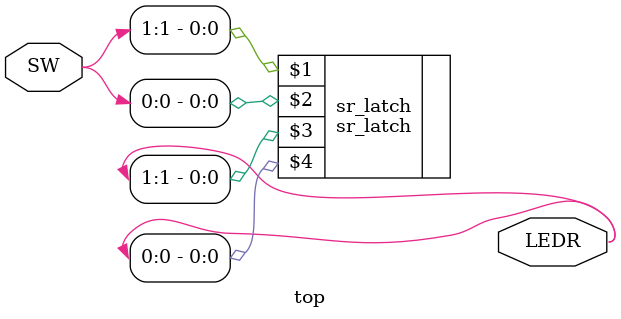
<source format=v>
module top (SW, LEDR);

    input wire [9:0] SW;        // DE-series switches
	 
    output wire [9:0] LEDR;     // DE-series LEDs   

    sr_latch sr_latch (SW[1], SW[0], LEDR[1], LEDR[0]);

endmodule


</source>
